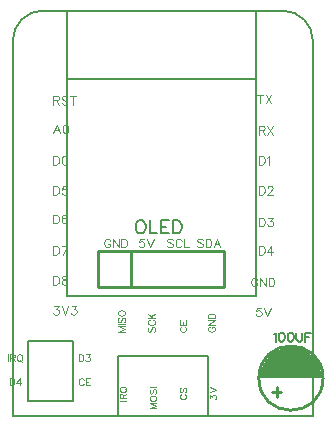
<source format=gto>
G04 Layer: TopSilkscreenLayer*
G04 EasyEDA v6.5.22, 2023-01-21 22:26:58*
G04 134ed4c23c824edf92a7001f2c5d0f5b,db865e68f4bc4fd99aa1dd1697a786d6,10*
G04 Gerber Generator version 0.2*
G04 Scale: 100 percent, Rotated: No, Reflected: No *
G04 Dimensions in millimeters *
G04 leading zeros omitted , absolute positions ,4 integer and 5 decimal *
%FSLAX45Y45*%
%MOMM*%

%ADD10C,0.0610*%
%ADD11C,0.1524*%
%ADD12C,0.2540*%
%ADD13C,0.1270*%
%ADD14C,0.2032*%
%ADD15C,0.0141*%

%LPD*%
D10*
X2054326Y6605948D02*
G01*
X2047468Y6612806D01*
X2037308Y6616108D01*
X2023592Y6616108D01*
X2013432Y6612806D01*
X2006574Y6605948D01*
X2006574Y6599090D01*
X2010130Y6592232D01*
X2013432Y6588930D01*
X2020290Y6585374D01*
X2040610Y6578770D01*
X2047468Y6575214D01*
X2051024Y6571912D01*
X2054326Y6565054D01*
X2054326Y6554894D01*
X2047468Y6548036D01*
X2037308Y6544480D01*
X2023592Y6544480D01*
X2013432Y6548036D01*
X2006574Y6554894D01*
X2127986Y6599090D02*
G01*
X2124430Y6605948D01*
X2117826Y6612806D01*
X2110968Y6616108D01*
X2097252Y6616108D01*
X2090394Y6612806D01*
X2083536Y6605948D01*
X2080234Y6599090D01*
X2076932Y6588930D01*
X2076932Y6571912D01*
X2080234Y6561752D01*
X2083536Y6554894D01*
X2090394Y6548036D01*
X2097252Y6544480D01*
X2110968Y6544480D01*
X2117826Y6548036D01*
X2124430Y6554894D01*
X2127986Y6561752D01*
X2150592Y6616108D02*
G01*
X2150592Y6544480D01*
X2150592Y6544480D02*
G01*
X2191486Y6544480D01*
X2308352Y6606031D02*
G01*
X2301493Y6612889D01*
X2291334Y6616192D01*
X2277618Y6616192D01*
X2267458Y6612889D01*
X2260600Y6606031D01*
X2260600Y6599173D01*
X2263902Y6592315D01*
X2267458Y6589013D01*
X2274315Y6585458D01*
X2294636Y6578600D01*
X2301493Y6575297D01*
X2304795Y6571742D01*
X2308352Y6565137D01*
X2308352Y6554723D01*
X2301493Y6548120D01*
X2291334Y6544563D01*
X2277618Y6544563D01*
X2267458Y6548120D01*
X2260600Y6554723D01*
X2330704Y6616192D02*
G01*
X2330704Y6544563D01*
X2330704Y6616192D02*
G01*
X2354579Y6616192D01*
X2364993Y6612889D01*
X2371852Y6606031D01*
X2375154Y6599173D01*
X2378456Y6589013D01*
X2378456Y6571742D01*
X2375154Y6561581D01*
X2371852Y6554723D01*
X2364993Y6548120D01*
X2354579Y6544563D01*
X2330704Y6544563D01*
X2428240Y6616192D02*
G01*
X2401061Y6544563D01*
X2428240Y6616192D02*
G01*
X2455672Y6544563D01*
X2411222Y6568439D02*
G01*
X2445258Y6568439D01*
X1524254Y6599173D02*
G01*
X1520952Y6606031D01*
X1514094Y6612889D01*
X1507236Y6616192D01*
X1493773Y6616192D01*
X1486915Y6612889D01*
X1480057Y6606031D01*
X1476502Y6599173D01*
X1473200Y6589013D01*
X1473200Y6571742D01*
X1476502Y6561581D01*
X1480057Y6554723D01*
X1486915Y6548120D01*
X1493773Y6544563D01*
X1507236Y6544563D01*
X1514094Y6548120D01*
X1520952Y6554723D01*
X1524254Y6561581D01*
X1524254Y6571742D01*
X1507236Y6571742D02*
G01*
X1524254Y6571742D01*
X1546860Y6616192D02*
G01*
X1546860Y6544563D01*
X1546860Y6616192D02*
G01*
X1594612Y6544563D01*
X1594612Y6616192D02*
G01*
X1594612Y6544563D01*
X1616963Y6616192D02*
G01*
X1616963Y6544563D01*
X1616963Y6616192D02*
G01*
X1640839Y6616192D01*
X1651254Y6612889D01*
X1657857Y6606031D01*
X1661413Y6599173D01*
X1664715Y6589013D01*
X1664715Y6571742D01*
X1661413Y6561581D01*
X1657857Y6554723D01*
X1651254Y6548120D01*
X1640839Y6544563D01*
X1616963Y6544563D01*
X1806194Y6616192D02*
G01*
X1772157Y6616192D01*
X1768602Y6585458D01*
X1772157Y6589013D01*
X1782318Y6592315D01*
X1792478Y6592315D01*
X1802892Y6589013D01*
X1809495Y6582155D01*
X1813052Y6571742D01*
X1813052Y6565137D01*
X1809495Y6554723D01*
X1802892Y6548120D01*
X1792478Y6544563D01*
X1782318Y6544563D01*
X1772157Y6548120D01*
X1768602Y6551421D01*
X1765300Y6558279D01*
X1835404Y6616192D02*
G01*
X1862836Y6544563D01*
X1890013Y6616192D02*
G01*
X1862836Y6544563D01*
X1590547Y5829300D02*
G01*
X1647697Y5829300D01*
X1590547Y5829300D02*
G01*
X1647697Y5851144D01*
X1590547Y5872987D02*
G01*
X1647697Y5851144D01*
X1590547Y5872987D02*
G01*
X1647697Y5872987D01*
X1590547Y5891021D02*
G01*
X1647697Y5891021D01*
X1598676Y5947155D02*
G01*
X1593087Y5941568D01*
X1590547Y5933439D01*
X1590547Y5922518D01*
X1593087Y5914389D01*
X1598676Y5909055D01*
X1604010Y5909055D01*
X1609597Y5911595D01*
X1612392Y5914389D01*
X1614931Y5919723D01*
X1620520Y5936234D01*
X1623060Y5941568D01*
X1625854Y5944362D01*
X1631442Y5947155D01*
X1639570Y5947155D01*
X1644904Y5941568D01*
X1647697Y5933439D01*
X1647697Y5922518D01*
X1644904Y5914389D01*
X1639570Y5909055D01*
X1590547Y5981445D02*
G01*
X1593087Y5976112D01*
X1598676Y5970523D01*
X1604010Y5967729D01*
X1612392Y5965189D01*
X1625854Y5965189D01*
X1633981Y5967729D01*
X1639570Y5970523D01*
X1644904Y5976112D01*
X1647697Y5981445D01*
X1647697Y5992368D01*
X1644904Y5997955D01*
X1639570Y6003289D01*
X1633981Y6006084D01*
X1625854Y6008878D01*
X1612392Y6008878D01*
X1604010Y6006084D01*
X1598676Y6003289D01*
X1593087Y5997955D01*
X1590547Y5992368D01*
X1590547Y5981445D01*
X1852676Y5867400D02*
G01*
X1847087Y5862065D01*
X1844547Y5853937D01*
X1844547Y5843015D01*
X1847087Y5834634D01*
X1852676Y5829300D01*
X1858010Y5829300D01*
X1863597Y5832094D01*
X1866392Y5834634D01*
X1868931Y5840221D01*
X1874520Y5856478D01*
X1877060Y5862065D01*
X1879854Y5864860D01*
X1885442Y5867400D01*
X1893570Y5867400D01*
X1898904Y5862065D01*
X1901697Y5853937D01*
X1901697Y5843015D01*
X1898904Y5834634D01*
X1893570Y5829300D01*
X1858010Y5926328D02*
G01*
X1852676Y5923787D01*
X1847087Y5918200D01*
X1844547Y5912865D01*
X1844547Y5901944D01*
X1847087Y5896355D01*
X1852676Y5891021D01*
X1858010Y5888228D01*
X1866392Y5885434D01*
X1879854Y5885434D01*
X1887981Y5888228D01*
X1893570Y5891021D01*
X1898904Y5896355D01*
X1901697Y5901944D01*
X1901697Y5912865D01*
X1898904Y5918200D01*
X1893570Y5923787D01*
X1887981Y5926328D01*
X1844547Y5944362D02*
G01*
X1901697Y5944362D01*
X1844547Y5982462D02*
G01*
X1882647Y5944362D01*
X1868931Y5958078D02*
G01*
X1901697Y5982462D01*
X2124709Y5870194D02*
G01*
X2119375Y5867400D01*
X2113788Y5862065D01*
X2111247Y5856478D01*
X2111247Y5845555D01*
X2113788Y5840221D01*
X2119375Y5834634D01*
X2124709Y5832094D01*
X2133091Y5829300D01*
X2146554Y5829300D01*
X2154681Y5832094D01*
X2160270Y5834634D01*
X2165604Y5840221D01*
X2168397Y5845555D01*
X2168397Y5856478D01*
X2165604Y5862065D01*
X2160270Y5867400D01*
X2154681Y5870194D01*
X2111247Y5888228D02*
G01*
X2168397Y5888228D01*
X2111247Y5888228D02*
G01*
X2111247Y5923787D01*
X2138425Y5888228D02*
G01*
X2138425Y5910071D01*
X2168397Y5888228D02*
G01*
X2168397Y5923787D01*
X2366009Y5870194D02*
G01*
X2360675Y5867400D01*
X2355088Y5862065D01*
X2352547Y5856478D01*
X2352547Y5845555D01*
X2355088Y5840221D01*
X2360675Y5834634D01*
X2366009Y5832094D01*
X2374391Y5829300D01*
X2387854Y5829300D01*
X2395981Y5832094D01*
X2401570Y5834634D01*
X2406904Y5840221D01*
X2409697Y5845555D01*
X2409697Y5856478D01*
X2406904Y5862065D01*
X2401570Y5867400D01*
X2395981Y5870194D01*
X2387854Y5870194D01*
X2387854Y5856478D02*
G01*
X2387854Y5870194D01*
X2352547Y5888228D02*
G01*
X2409697Y5888228D01*
X2352547Y5888228D02*
G01*
X2409697Y5926328D01*
X2352547Y5926328D02*
G01*
X2409697Y5926328D01*
X2352547Y5944362D02*
G01*
X2409697Y5944362D01*
X2352547Y5944362D02*
G01*
X2352547Y5963412D01*
X2355088Y5971539D01*
X2360675Y5977128D01*
X2366009Y5979921D01*
X2374391Y5982462D01*
X2387854Y5982462D01*
X2395981Y5979921D01*
X2401570Y5977128D01*
X2406904Y5971539D01*
X2409697Y5963412D01*
X2409697Y5944362D01*
X1603247Y5245100D02*
G01*
X1660397Y5245100D01*
X1603247Y5263134D02*
G01*
X1660397Y5263134D01*
X1603247Y5263134D02*
G01*
X1603247Y5287771D01*
X1605787Y5295900D01*
X1608581Y5298439D01*
X1614170Y5301234D01*
X1619504Y5301234D01*
X1625092Y5298439D01*
X1627631Y5295900D01*
X1630426Y5287771D01*
X1630426Y5263134D01*
X1630426Y5282184D02*
G01*
X1660397Y5301234D01*
X1603247Y5335523D02*
G01*
X1605787Y5330189D01*
X1611376Y5324855D01*
X1616710Y5322062D01*
X1625092Y5319268D01*
X1638554Y5319268D01*
X1646681Y5322062D01*
X1652270Y5324855D01*
X1657604Y5330189D01*
X1660397Y5335523D01*
X1660397Y5346445D01*
X1657604Y5352034D01*
X1652270Y5357368D01*
X1646681Y5360162D01*
X1638554Y5362955D01*
X1625092Y5362955D01*
X1616710Y5360162D01*
X1611376Y5357368D01*
X1605787Y5352034D01*
X1603247Y5346445D01*
X1603247Y5335523D01*
X1649476Y5343905D02*
G01*
X1665986Y5360162D01*
X1857247Y5181600D02*
G01*
X1914397Y5181600D01*
X1857247Y5181600D02*
G01*
X1914397Y5203444D01*
X1857247Y5225287D02*
G01*
X1914397Y5203444D01*
X1857247Y5225287D02*
G01*
X1914397Y5225287D01*
X1857247Y5259578D02*
G01*
X1859787Y5254244D01*
X1865376Y5248655D01*
X1870710Y5245862D01*
X1879092Y5243321D01*
X1892554Y5243321D01*
X1900681Y5245862D01*
X1906270Y5248655D01*
X1911604Y5254244D01*
X1914397Y5259578D01*
X1914397Y5270500D01*
X1911604Y5276087D01*
X1906270Y5281421D01*
X1900681Y5284215D01*
X1892554Y5286755D01*
X1879092Y5286755D01*
X1870710Y5284215D01*
X1865376Y5281421D01*
X1859787Y5276087D01*
X1857247Y5270500D01*
X1857247Y5259578D01*
X1865376Y5343144D02*
G01*
X1859787Y5337555D01*
X1857247Y5329428D01*
X1857247Y5318505D01*
X1859787Y5310378D01*
X1865376Y5304789D01*
X1870710Y5304789D01*
X1876297Y5307584D01*
X1879092Y5310378D01*
X1881631Y5315712D01*
X1887220Y5332221D01*
X1889760Y5337555D01*
X1892554Y5340350D01*
X1898142Y5343144D01*
X1906270Y5343144D01*
X1911604Y5337555D01*
X1914397Y5329428D01*
X1914397Y5318505D01*
X1911604Y5310378D01*
X1906270Y5304789D01*
X1857247Y5361178D02*
G01*
X1914397Y5361178D01*
X2124862Y5298760D02*
G01*
X2119274Y5295966D01*
X2113940Y5290632D01*
X2111146Y5285044D01*
X2111146Y5274122D01*
X2113940Y5268788D01*
X2119274Y5263200D01*
X2124862Y5260406D01*
X2132990Y5257866D01*
X2146706Y5257866D01*
X2154834Y5260406D01*
X2160168Y5263200D01*
X2165756Y5268788D01*
X2168550Y5274122D01*
X2168550Y5285044D01*
X2165756Y5290632D01*
X2160168Y5295966D01*
X2154834Y5298760D01*
X2119274Y5354894D02*
G01*
X2113940Y5349560D01*
X2111146Y5341178D01*
X2111146Y5330256D01*
X2113940Y5322128D01*
X2119274Y5316794D01*
X2124862Y5316794D01*
X2130196Y5319334D01*
X2132990Y5322128D01*
X2135784Y5327716D01*
X2141118Y5343972D01*
X2143912Y5349560D01*
X2146706Y5352100D01*
X2152040Y5354894D01*
X2160168Y5354894D01*
X2165756Y5349560D01*
X2168550Y5341178D01*
X2168550Y5330256D01*
X2165756Y5322128D01*
X2160168Y5316794D01*
X2365247Y5263134D02*
G01*
X2365247Y5293360D01*
X2387091Y5276850D01*
X2387091Y5284978D01*
X2389631Y5290565D01*
X2392425Y5293360D01*
X2400554Y5295900D01*
X2406141Y5295900D01*
X2414270Y5293360D01*
X2419604Y5287771D01*
X2422397Y5279644D01*
X2422397Y5271515D01*
X2419604Y5263134D01*
X2417063Y5260594D01*
X2411475Y5257800D01*
X2365247Y5313934D02*
G01*
X2422397Y5335778D01*
X2365247Y5357621D02*
G01*
X2422397Y5335778D01*
X1257300Y5635752D02*
G01*
X1257300Y5578602D01*
X1257300Y5635752D02*
G01*
X1276350Y5635752D01*
X1284478Y5633212D01*
X1290065Y5627623D01*
X1292860Y5622289D01*
X1295400Y5613907D01*
X1295400Y5600445D01*
X1292860Y5592318D01*
X1290065Y5586729D01*
X1284478Y5581395D01*
X1276350Y5578602D01*
X1257300Y5578602D01*
X1319021Y5635752D02*
G01*
X1348994Y5635752D01*
X1332484Y5613907D01*
X1340865Y5613907D01*
X1346200Y5611368D01*
X1348994Y5608573D01*
X1351787Y5600445D01*
X1351787Y5594857D01*
X1348994Y5586729D01*
X1343405Y5581395D01*
X1335278Y5578602D01*
X1327150Y5578602D01*
X1319021Y5581395D01*
X1316228Y5583936D01*
X1313434Y5589523D01*
X1298194Y5419089D02*
G01*
X1295400Y5424423D01*
X1290065Y5430012D01*
X1284478Y5432552D01*
X1273555Y5432552D01*
X1268221Y5430012D01*
X1262634Y5424423D01*
X1260094Y5419089D01*
X1257300Y5410707D01*
X1257300Y5397245D01*
X1260094Y5389118D01*
X1262634Y5383529D01*
X1268221Y5378195D01*
X1273555Y5375402D01*
X1284478Y5375402D01*
X1290065Y5378195D01*
X1295400Y5383529D01*
X1298194Y5389118D01*
X1316228Y5432552D02*
G01*
X1316228Y5375402D01*
X1316228Y5432552D02*
G01*
X1351787Y5432552D01*
X1316228Y5405373D02*
G01*
X1338071Y5405373D01*
X1316228Y5375402D02*
G01*
X1351787Y5375402D01*
X673100Y5432552D02*
G01*
X673100Y5375402D01*
X673100Y5432552D02*
G01*
X692150Y5432552D01*
X700278Y5430012D01*
X705865Y5424423D01*
X708660Y5419089D01*
X711200Y5410707D01*
X711200Y5397245D01*
X708660Y5389118D01*
X705865Y5383529D01*
X700278Y5378195D01*
X692150Y5375402D01*
X673100Y5375402D01*
X756665Y5432552D02*
G01*
X729234Y5394452D01*
X770128Y5394452D01*
X756665Y5432552D02*
G01*
X756665Y5375402D01*
X660400Y5635752D02*
G01*
X660400Y5578602D01*
X678434Y5635752D02*
G01*
X678434Y5578602D01*
X678434Y5635752D02*
G01*
X703071Y5635752D01*
X711200Y5633212D01*
X713739Y5630418D01*
X716534Y5624829D01*
X716534Y5619495D01*
X713739Y5613907D01*
X711200Y5611368D01*
X703071Y5608573D01*
X678434Y5608573D01*
X697484Y5608573D02*
G01*
X716534Y5578602D01*
X750823Y5635752D02*
G01*
X745489Y5633212D01*
X740155Y5627623D01*
X737362Y5622289D01*
X734568Y5613907D01*
X734568Y5600445D01*
X737362Y5592318D01*
X740155Y5586729D01*
X745489Y5581395D01*
X750823Y5578602D01*
X761745Y5578602D01*
X767334Y5581395D01*
X772668Y5586729D01*
X775462Y5592318D01*
X778255Y5600445D01*
X778255Y5613907D01*
X775462Y5622289D01*
X772668Y5627623D01*
X767334Y5633212D01*
X761745Y5635752D01*
X750823Y5635752D01*
X759205Y5589523D02*
G01*
X775462Y5573013D01*
D11*
X2908300Y5806694D02*
G01*
X2915411Y5810250D01*
X2926334Y5821171D01*
X2926334Y5744718D01*
X2972054Y5821171D02*
G01*
X2961386Y5817615D01*
X2954020Y5806694D01*
X2950463Y5788405D01*
X2950463Y5777484D01*
X2954020Y5759195D01*
X2961386Y5748273D01*
X2972054Y5744718D01*
X2979420Y5744718D01*
X2990341Y5748273D01*
X2997708Y5759195D01*
X3001263Y5777484D01*
X3001263Y5788405D01*
X2997708Y5806694D01*
X2990341Y5817615D01*
X2979420Y5821171D01*
X2972054Y5821171D01*
X3046984Y5821171D02*
G01*
X3036061Y5817615D01*
X3028950Y5806694D01*
X3025140Y5788405D01*
X3025140Y5777484D01*
X3028950Y5759195D01*
X3036061Y5748273D01*
X3046984Y5744718D01*
X3054350Y5744718D01*
X3065272Y5748273D01*
X3072638Y5759195D01*
X3076193Y5777484D01*
X3076193Y5788405D01*
X3072638Y5806694D01*
X3065272Y5817615D01*
X3054350Y5821171D01*
X3046984Y5821171D01*
X3100070Y5821171D02*
G01*
X3100070Y5766562D01*
X3103879Y5755639D01*
X3110991Y5748273D01*
X3121913Y5744718D01*
X3129279Y5744718D01*
X3140202Y5748273D01*
X3147568Y5755639D01*
X3151124Y5766562D01*
X3151124Y5821171D01*
X3175000Y5821171D02*
G01*
X3175000Y5744718D01*
X3175000Y5821171D02*
G01*
X3222243Y5821171D01*
X3175000Y5784850D02*
G01*
X3204209Y5784850D01*
D10*
X1048257Y6045962D02*
G01*
X1086357Y6045962D01*
X1065529Y6018276D01*
X1075944Y6018276D01*
X1083055Y6014720D01*
X1086357Y6011163D01*
X1089913Y6000750D01*
X1089913Y5993892D01*
X1086357Y5983478D01*
X1079500Y5976620D01*
X1069086Y5973063D01*
X1058671Y5973063D01*
X1048257Y5976620D01*
X1044955Y5980176D01*
X1041400Y5987034D01*
X1112773Y6045962D02*
G01*
X1140460Y5973063D01*
X1168145Y6045962D02*
G01*
X1140460Y5973063D01*
X1197863Y6045962D02*
G01*
X1235963Y6045962D01*
X1215389Y6018276D01*
X1225550Y6018276D01*
X1232662Y6014720D01*
X1235963Y6011163D01*
X1239520Y6000750D01*
X1239520Y5993892D01*
X1235963Y5983478D01*
X1229105Y5976620D01*
X1218692Y5973063D01*
X1208278Y5973063D01*
X1197863Y5976620D01*
X1194562Y5980176D01*
X1191005Y5987034D01*
X1041400Y7823962D02*
G01*
X1041400Y7751063D01*
X1041400Y7823962D02*
G01*
X1072642Y7823962D01*
X1083055Y7820405D01*
X1086357Y7816850D01*
X1089913Y7809992D01*
X1089913Y7803134D01*
X1086357Y7796276D01*
X1083055Y7792720D01*
X1072642Y7789163D01*
X1041400Y7789163D01*
X1065529Y7789163D02*
G01*
X1089913Y7751063D01*
X1161287Y7813547D02*
G01*
X1154429Y7820405D01*
X1144015Y7823962D01*
X1130045Y7823962D01*
X1119631Y7820405D01*
X1112773Y7813547D01*
X1112773Y7806689D01*
X1116329Y7799578D01*
X1119631Y7796276D01*
X1126489Y7792720D01*
X1147318Y7785862D01*
X1154429Y7782305D01*
X1157731Y7778750D01*
X1161287Y7771892D01*
X1161287Y7761478D01*
X1154429Y7754620D01*
X1144015Y7751063D01*
X1130045Y7751063D01*
X1119631Y7754620D01*
X1112773Y7761478D01*
X1208278Y7823962D02*
G01*
X1208278Y7751063D01*
X1184147Y7823962D02*
G01*
X1232662Y7823962D01*
X1069086Y7582662D02*
G01*
X1041400Y7509763D01*
X1069086Y7582662D02*
G01*
X1096771Y7509763D01*
X1051813Y7534147D02*
G01*
X1086357Y7534147D01*
X1140460Y7582662D02*
G01*
X1130045Y7579105D01*
X1123187Y7568692D01*
X1119631Y7551420D01*
X1119631Y7541005D01*
X1123187Y7523734D01*
X1130045Y7513320D01*
X1140460Y7509763D01*
X1147318Y7509763D01*
X1157731Y7513320D01*
X1164589Y7523734D01*
X1168145Y7541005D01*
X1168145Y7551420D01*
X1164589Y7568692D01*
X1157731Y7579105D01*
X1147318Y7582662D01*
X1140460Y7582662D01*
X1041400Y7315962D02*
G01*
X1041400Y7243063D01*
X1041400Y7315962D02*
G01*
X1065529Y7315962D01*
X1075944Y7312405D01*
X1083055Y7305547D01*
X1086357Y7298689D01*
X1089913Y7288276D01*
X1089913Y7270750D01*
X1086357Y7260589D01*
X1083055Y7253478D01*
X1075944Y7246620D01*
X1065529Y7243063D01*
X1041400Y7243063D01*
X1133602Y7315962D02*
G01*
X1123187Y7312405D01*
X1116329Y7301992D01*
X1112773Y7284720D01*
X1112773Y7274305D01*
X1116329Y7257034D01*
X1123187Y7246620D01*
X1133602Y7243063D01*
X1140460Y7243063D01*
X1150873Y7246620D01*
X1157731Y7257034D01*
X1161287Y7274305D01*
X1161287Y7284720D01*
X1157731Y7301992D01*
X1150873Y7312405D01*
X1140460Y7315962D01*
X1133602Y7315962D01*
X1041400Y7061962D02*
G01*
X1041400Y6989063D01*
X1041400Y7061962D02*
G01*
X1065529Y7061962D01*
X1075944Y7058405D01*
X1083055Y7051547D01*
X1086357Y7044689D01*
X1089913Y7034276D01*
X1089913Y7016750D01*
X1086357Y7006589D01*
X1083055Y6999478D01*
X1075944Y6992620D01*
X1065529Y6989063D01*
X1041400Y6989063D01*
X1154429Y7061962D02*
G01*
X1119631Y7061962D01*
X1116329Y7030720D01*
X1119631Y7034276D01*
X1130045Y7037578D01*
X1140460Y7037578D01*
X1150873Y7034276D01*
X1157731Y7027163D01*
X1161287Y7016750D01*
X1161287Y7009892D01*
X1157731Y6999478D01*
X1150873Y6992620D01*
X1140460Y6989063D01*
X1130045Y6989063D01*
X1119631Y6992620D01*
X1116329Y6996176D01*
X1112773Y7003034D01*
X1041400Y6820662D02*
G01*
X1041400Y6747763D01*
X1041400Y6820662D02*
G01*
X1065529Y6820662D01*
X1075944Y6817105D01*
X1083055Y6810247D01*
X1086357Y6803389D01*
X1089913Y6792976D01*
X1089913Y6775450D01*
X1086357Y6765289D01*
X1083055Y6758178D01*
X1075944Y6751320D01*
X1065529Y6747763D01*
X1041400Y6747763D01*
X1154429Y6810247D02*
G01*
X1150873Y6817105D01*
X1140460Y6820662D01*
X1133602Y6820662D01*
X1123187Y6817105D01*
X1116329Y6806692D01*
X1112773Y6789420D01*
X1112773Y6772147D01*
X1116329Y6758178D01*
X1123187Y6751320D01*
X1133602Y6747763D01*
X1136904Y6747763D01*
X1147318Y6751320D01*
X1154429Y6758178D01*
X1157731Y6768592D01*
X1157731Y6772147D01*
X1154429Y6782562D01*
X1147318Y6789420D01*
X1136904Y6792976D01*
X1133602Y6792976D01*
X1123187Y6789420D01*
X1116329Y6782562D01*
X1112773Y6772147D01*
X1041400Y6553962D02*
G01*
X1041400Y6481063D01*
X1041400Y6553962D02*
G01*
X1065529Y6553962D01*
X1075944Y6550405D01*
X1083055Y6543547D01*
X1086357Y6536689D01*
X1089913Y6526276D01*
X1089913Y6508750D01*
X1086357Y6498589D01*
X1083055Y6491478D01*
X1075944Y6484620D01*
X1065529Y6481063D01*
X1041400Y6481063D01*
X1161287Y6553962D02*
G01*
X1126489Y6481063D01*
X1112773Y6553962D02*
G01*
X1161287Y6553962D01*
X1041400Y6299962D02*
G01*
X1041400Y6227063D01*
X1041400Y6299962D02*
G01*
X1065529Y6299962D01*
X1075944Y6296405D01*
X1083055Y6289547D01*
X1086357Y6282689D01*
X1089913Y6272276D01*
X1089913Y6254750D01*
X1086357Y6244589D01*
X1083055Y6237478D01*
X1075944Y6230620D01*
X1065529Y6227063D01*
X1041400Y6227063D01*
X1130045Y6299962D02*
G01*
X1119631Y6296405D01*
X1116329Y6289547D01*
X1116329Y6282689D01*
X1119631Y6275578D01*
X1126489Y6272276D01*
X1140460Y6268720D01*
X1150873Y6265163D01*
X1157731Y6258305D01*
X1161287Y6251447D01*
X1161287Y6241034D01*
X1157731Y6234176D01*
X1154429Y6230620D01*
X1144015Y6227063D01*
X1130045Y6227063D01*
X1119631Y6230620D01*
X1116329Y6234176D01*
X1112773Y6241034D01*
X1112773Y6251447D01*
X1116329Y6258305D01*
X1123187Y6265163D01*
X1133602Y6268720D01*
X1147318Y6272276D01*
X1154429Y6275578D01*
X1157731Y6282689D01*
X1157731Y6289547D01*
X1154429Y6296405D01*
X1144015Y6299962D01*
X1130045Y6299962D01*
X2797556Y6033262D02*
G01*
X2762758Y6033262D01*
X2759456Y6002020D01*
X2762758Y6005576D01*
X2773172Y6008878D01*
X2783586Y6008878D01*
X2794000Y6005576D01*
X2800858Y5998463D01*
X2804413Y5988050D01*
X2804413Y5981192D01*
X2800858Y5970778D01*
X2794000Y5963920D01*
X2783586Y5960363D01*
X2773172Y5960363D01*
X2762758Y5963920D01*
X2759456Y5967476D01*
X2755900Y5974334D01*
X2827274Y6033262D02*
G01*
X2854959Y5960363D01*
X2882645Y6033262D02*
G01*
X2854959Y5960363D01*
X2769870Y6269989D02*
G01*
X2766313Y6276847D01*
X2759456Y6283705D01*
X2752343Y6287262D01*
X2738627Y6287262D01*
X2731770Y6283705D01*
X2724658Y6276847D01*
X2721356Y6269989D01*
X2717800Y6259576D01*
X2717800Y6242050D01*
X2721356Y6231889D01*
X2724658Y6224778D01*
X2731770Y6217920D01*
X2738627Y6214363D01*
X2752343Y6214363D01*
X2759456Y6217920D01*
X2766313Y6224778D01*
X2769870Y6231889D01*
X2769870Y6242050D01*
X2752343Y6242050D02*
G01*
X2769870Y6242050D01*
X2792729Y6287262D02*
G01*
X2792729Y6214363D01*
X2792729Y6287262D02*
G01*
X2840990Y6214363D01*
X2840990Y6287262D02*
G01*
X2840990Y6214363D01*
X2863850Y6287262D02*
G01*
X2863850Y6214363D01*
X2863850Y6287262D02*
G01*
X2888234Y6287262D01*
X2898647Y6283705D01*
X2905506Y6276847D01*
X2909061Y6269989D01*
X2912363Y6259576D01*
X2912363Y6242050D01*
X2909061Y6231889D01*
X2905506Y6224778D01*
X2898647Y6217920D01*
X2888234Y6214363D01*
X2863850Y6214363D01*
X2781300Y6553962D02*
G01*
X2781300Y6481063D01*
X2781300Y6553962D02*
G01*
X2805429Y6553962D01*
X2815843Y6550405D01*
X2822956Y6543547D01*
X2826258Y6536689D01*
X2829813Y6526276D01*
X2829813Y6508750D01*
X2826258Y6498589D01*
X2822956Y6491478D01*
X2815843Y6484620D01*
X2805429Y6481063D01*
X2781300Y6481063D01*
X2887218Y6553962D02*
G01*
X2852674Y6505447D01*
X2904490Y6505447D01*
X2887218Y6553962D02*
G01*
X2887218Y6481063D01*
X2781300Y6795262D02*
G01*
X2781300Y6722363D01*
X2781300Y6795262D02*
G01*
X2805429Y6795262D01*
X2815843Y6791705D01*
X2822956Y6784847D01*
X2826258Y6777989D01*
X2829813Y6767576D01*
X2829813Y6750050D01*
X2826258Y6739889D01*
X2822956Y6732778D01*
X2815843Y6725920D01*
X2805429Y6722363D01*
X2781300Y6722363D01*
X2859531Y6795262D02*
G01*
X2897631Y6795262D01*
X2876804Y6767576D01*
X2887218Y6767576D01*
X2894329Y6764020D01*
X2897631Y6760463D01*
X2901188Y6750050D01*
X2901188Y6743192D01*
X2897631Y6732778D01*
X2890774Y6725920D01*
X2880359Y6722363D01*
X2869945Y6722363D01*
X2859531Y6725920D01*
X2856229Y6729476D01*
X2852674Y6736334D01*
X2781300Y7061962D02*
G01*
X2781300Y6989063D01*
X2781300Y7061962D02*
G01*
X2805429Y7061962D01*
X2815843Y7058405D01*
X2822956Y7051547D01*
X2826258Y7044689D01*
X2829813Y7034276D01*
X2829813Y7016750D01*
X2826258Y7006589D01*
X2822956Y6999478D01*
X2815843Y6992620D01*
X2805429Y6989063D01*
X2781300Y6989063D01*
X2856229Y7044689D02*
G01*
X2856229Y7047992D01*
X2859531Y7054850D01*
X2863088Y7058405D01*
X2869945Y7061962D01*
X2883915Y7061962D01*
X2890774Y7058405D01*
X2894329Y7054850D01*
X2897631Y7047992D01*
X2897631Y7041134D01*
X2894329Y7034276D01*
X2887218Y7023862D01*
X2852674Y6989063D01*
X2901188Y6989063D01*
X2781300Y7315962D02*
G01*
X2781300Y7243063D01*
X2781300Y7315962D02*
G01*
X2805429Y7315962D01*
X2815843Y7312405D01*
X2822956Y7305547D01*
X2826258Y7298689D01*
X2829813Y7288276D01*
X2829813Y7270750D01*
X2826258Y7260589D01*
X2822956Y7253478D01*
X2815843Y7246620D01*
X2805429Y7243063D01*
X2781300Y7243063D01*
X2852674Y7301992D02*
G01*
X2859531Y7305547D01*
X2869945Y7315962D01*
X2869945Y7243063D01*
X2781300Y7569962D02*
G01*
X2781300Y7497063D01*
X2781300Y7569962D02*
G01*
X2812541Y7569962D01*
X2822956Y7566405D01*
X2826258Y7562850D01*
X2829813Y7555992D01*
X2829813Y7549134D01*
X2826258Y7542276D01*
X2822956Y7538720D01*
X2812541Y7535163D01*
X2781300Y7535163D01*
X2805429Y7535163D02*
G01*
X2829813Y7497063D01*
X2852674Y7569962D02*
G01*
X2901188Y7497063D01*
X2901188Y7569962D02*
G01*
X2852674Y7497063D01*
X2792729Y7836662D02*
G01*
X2792729Y7763763D01*
X2768600Y7836662D02*
G01*
X2817113Y7836662D01*
X2839974Y7836662D02*
G01*
X2888488Y7763763D01*
X2888488Y7836662D02*
G01*
X2839974Y7763763D01*
D11*
X1771142Y6770115D02*
G01*
X1760728Y6765036D01*
X1750313Y6754621D01*
X1744979Y6744208D01*
X1739900Y6728460D01*
X1739900Y6702552D01*
X1744979Y6687058D01*
X1750313Y6676644D01*
X1760728Y6666229D01*
X1771142Y6661150D01*
X1791970Y6661150D01*
X1802129Y6666229D01*
X1812544Y6676644D01*
X1817878Y6687058D01*
X1822957Y6702552D01*
X1822957Y6728460D01*
X1817878Y6744208D01*
X1812544Y6754621D01*
X1802129Y6765036D01*
X1791970Y6770115D01*
X1771142Y6770115D01*
X1857247Y6770115D02*
G01*
X1857247Y6661150D01*
X1857247Y6661150D02*
G01*
X1919731Y6661150D01*
X1954022Y6770115D02*
G01*
X1954022Y6661150D01*
X1954022Y6770115D02*
G01*
X2021586Y6770115D01*
X1954022Y6718300D02*
G01*
X1995424Y6718300D01*
X1954022Y6661150D02*
G01*
X2021586Y6661150D01*
X2055875Y6770115D02*
G01*
X2055875Y6661150D01*
X2055875Y6770115D02*
G01*
X2092197Y6770115D01*
X2107691Y6765036D01*
X2118106Y6754621D01*
X2123440Y6744208D01*
X2128520Y6728460D01*
X2128520Y6702552D01*
X2123440Y6687058D01*
X2118106Y6676644D01*
X2107691Y6666229D01*
X2092197Y6661150D01*
X2055875Y6661150D01*
G36*
X3053384Y5695594D02*
G01*
X3038805Y5695188D01*
X3024276Y5693968D01*
X3009849Y5691936D01*
X2995523Y5689092D01*
X2981401Y5685434D01*
X2967532Y5681014D01*
X2953918Y5675833D01*
X2940608Y5669838D01*
X2927654Y5663133D01*
X2915056Y5655767D01*
X2902966Y5647639D01*
X2891282Y5638850D01*
X2880156Y5629452D01*
X2869539Y5619445D01*
X2859532Y5608828D01*
X2850134Y5597702D01*
X2841345Y5586069D01*
X2833268Y5573928D01*
X2825851Y5561380D01*
X2819146Y5548426D01*
X2813202Y5535117D01*
X2807970Y5521452D01*
X2803550Y5507583D01*
X2799943Y5493461D01*
X2797098Y5479135D01*
X2795016Y5464708D01*
X2793796Y5450179D01*
X2793390Y5435600D01*
X3313379Y5435600D01*
X3312972Y5450179D01*
X3311753Y5464708D01*
X3309721Y5479135D01*
X3306876Y5493461D01*
X3303219Y5507583D01*
X3301136Y5514543D01*
X3296310Y5528310D01*
X3290722Y5541772D01*
X3287674Y5548426D01*
X3280968Y5561380D01*
X3273552Y5573928D01*
X3265424Y5586069D01*
X3256686Y5597702D01*
X3247288Y5608828D01*
X3237230Y5619445D01*
X3226663Y5629452D01*
X3215487Y5638850D01*
X3203854Y5647639D01*
X3191713Y5655767D01*
X3179165Y5663133D01*
X3166211Y5669838D01*
X3152902Y5675833D01*
X3139287Y5681014D01*
X3125368Y5685434D01*
X3111246Y5689092D01*
X3096971Y5691936D01*
X3082493Y5693968D01*
X3067964Y5695188D01*
G37*
D12*
X2933400Y5357510D02*
G01*
X2933400Y5273690D01*
X2973400Y5315600D02*
G01*
X2894660Y5315600D01*
D13*
X1158494Y8544687D02*
G01*
X2758490Y8544687D01*
X2758490Y7964703D01*
X1158494Y7964703D01*
X1158494Y8544687D01*
X1158239Y7965439D02*
G01*
X1158239Y6134100D01*
X2755900Y6134100D01*
X2755900Y7965439D02*
G01*
X2758440Y7965439D01*
X2758440Y6134100D01*
X3238500Y8293100D02*
G01*
X3238500Y5118100D01*
X698500Y5118100D01*
X698500Y8293100D01*
X952500Y8547100D02*
G01*
X2984500Y8547100D01*
D14*
X1587500Y5118100D02*
G01*
X2349500Y5118100D01*
X2349500Y5626100D01*
X1587500Y5626100D01*
X1587500Y5118100D01*
X1206500Y5753100D02*
G01*
X825500Y5753100D01*
X825500Y5245100D01*
X1206500Y5245100D01*
X1206500Y5753100D01*
D12*
X1422400Y6515100D02*
G01*
X2489200Y6515100D01*
X2489200Y6210300D01*
X1422400Y6210300D01*
X1422400Y6515100D01*
X1701800Y6515100D02*
G01*
X1701800Y6210300D01*
D13*
G75*
G01*
X698500Y8293100D02*
G02*
X952500Y8547100I254000J0D01*
G75*
G01*
X2984500Y8547100D02*
G02*
X3238500Y8293100I0J-254000D01*
D12*
G75*
G01
X3325444Y5435600D02*
G03X3325444Y5435600I-272034J0D01*
M02*

</source>
